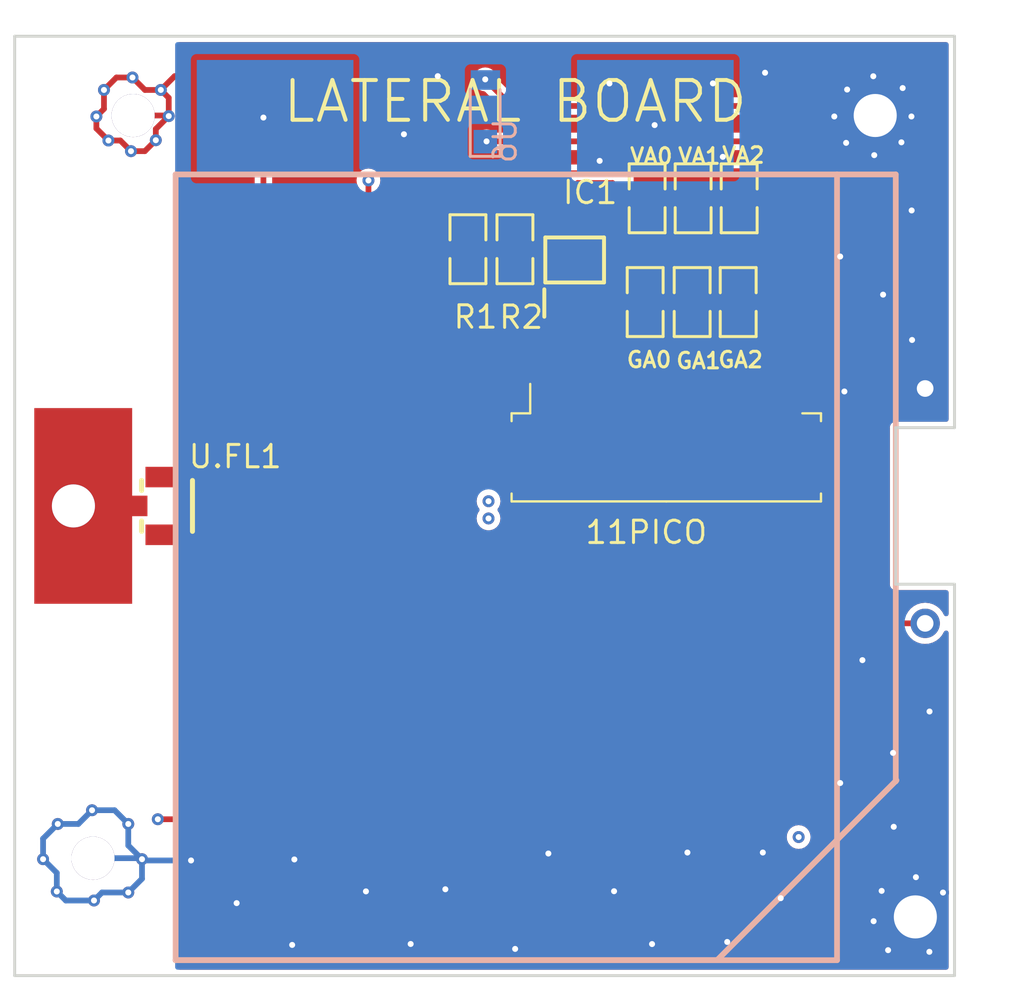
<source format=kicad_pcb>
(kicad_pcb (version 20211014) (generator pcbnew)
  (layers (0 "F.Cu" signal) (1 "In1.Cu" signal) (2 "In2.Cu" signal) (3 "In3.Cu" signal) (4 "In4.Cu" signal) (31 "B.Cu" signal) (34 "B.Paste" user) (35 "F.Paste" user) (36 "B.SilkS" user "B.Silkscreen") (37 "F.SilkS" user "F.Silkscreen") (38 "B.Mask" user) (39 "F.Mask" user) (44 "Edge.Cuts" user))
  (net 0 "")
  (net 1 "GND")
  (net 2 "POUT")
  (net 3 "ADCS")
  (net 4 "SID")
  (net 5 "IC1_6")
  (net 6 "SCL")
  (net 7 "SDA")
  (net 8 "VCC")
  (net 9 "IC1_7")
  (net 10 "IC1_5")
  (net 11 "PHOTODIODE_GND")
  (net 12 "PHOTODIODE")
  (net 13 "BURNCOMMS")
  (footprint "easyeda:R0805" (layer "F.Cu") (at 42.082 79.655 90)
    (fp_text reference "VA2" (at 2.2 -0.952) (layer "F.SilkS") (effects (font (size 0.8 0.8) (thickness 0.152)) (justify left)))
    (fp_text value "5k" hide)
    (fp_line (start -1.761 0.917) (end -1.761 -0.917) (layer "F.SilkS") (width 0.152))
    (fp_line (start -1.761 -0.917) (end -0.476 -0.917) (layer "F.SilkS") (width 0.152))
    (fp_line (start 0.476 0.917) (end 1.761 0.917) (layer "F.SilkS") (width 0.152))
    (fp_line (start 1.761 0.917) (end 1.761 -0.917) (layer "F.SilkS") (width 0.152))
    (fp_line (start 1.761 -0.917) (end 0.476 -0.917) (layer "F.SilkS") (width 0.152))
    (fp_line (start -0.476 0.917) (end -1.761 0.917) (layer "F.SilkS") (width 0.152))
    (pad "1" smd rect locked (at -0.966 0 90) (size 1.133 1.377) (layers "F.Cu" "F.Paste" "F.Mask") (net 10 "IC1_5"))
    (pad "2" smd rect locked (at 0.966 0 90) (size 1.133 1.377) (layers "F.Cu" "F.Paste" "F.Mask") (net 8 "VCC"))
  )
  (footprint "easyeda:R0805" (layer "F.Cu") (at 28.229 82.256 90)
    (fp_text reference "R1" (at -3.462 -0.829) (layer "F.SilkS") (effects (font (size 1.143 1.143) (thickness 0.152)) (justify left)))
    (fp_text value "5k" hide)
    (fp_line (start -1.761 0.917) (end -1.761 -0.917) (layer "F.SilkS") (width 0.152))
    (fp_line (start -0.476 0.917) (end -1.761 0.917) (layer "F.SilkS") (width 0.152))
    (fp_line (start -1.761 -0.917) (end -0.476 -0.917) (layer "F.SilkS") (width 0.152))
    (fp_line (start 1.761 0.917) (end 1.761 -0.917) (layer "F.SilkS") (width 0.152))
    (fp_line (start 1.761 -0.917) (end 0.476 -0.917) (layer "F.SilkS") (width 0.152))
    (fp_line (start 0.476 0.917) (end 1.761 0.917) (layer "F.SilkS") (width 0.152))
    (pad "1" smd rect locked (at -0.966 0 90) (size 1.133 1.377) (layers "F.Cu" "F.Paste" "F.Mask") (net 7 "SDA"))
    (pad "2" smd rect locked (at 0.966 0 90) (size 1.133 1.377) (layers "F.Cu" "F.Paste" "F.Mask") (net 8 "VCC"))
  )
  (footprint "easyeda:SLCD-61N8" (layer "F.Cu") (at 29.872 77.51 -90)
    (fp_text reference "U6" (at -2.032 -0.254 -90) (layer "B.SilkS") (effects (font (size 1.143 1.143) (thickness 0.152)) (justify left mirror)))
    (fp_text value "SLCD-61N8" hide)
    (fp_line (start 0 1.525) (end -3.429 1.525) (layer "B.SilkS") (width 0.15))
    (fp_line (start 0 0) (end -3.4 0) (layer "B.SilkS") (width 0.15))
    (fp_line (start 0 0) (end 0 1.525) (layer "B.SilkS") (width 0.15))
    (pad "1" smd rect locked (at -3.9 0.75 270) (size 1 1.5) (layers "B.Cu" "B.Paste" "B.Mask") (net 12 "PHOTODIODE"))
    (pad "2" smd rect locked (at -0.75 0.75 270) (size 1.2 1.2) (layers "B.Cu" "B.Paste" "B.Mask") (net 11 "PHOTODIODE_GND"))
  )
  (footprint "easyeda:R0805" (layer "F.Cu") (at 37.381 79.655 90)
    (fp_text reference "VA0" (at 2.15 -0.951) (layer "F.SilkS") (effects (font (size 0.8 0.8) (thickness 0.152)) (justify left)))
    (fp_text value "5k" hide)
    (fp_line (start -1.761 -0.917) (end -0.476 -0.917) (layer "F.SilkS") (width 0.152))
    (fp_line (start 1.761 -0.917) (end 0.476 -0.917) (layer "F.SilkS") (width 0.152))
    (fp_line (start 0.476 0.917) (end 1.761 0.917) (layer "F.SilkS") (width 0.152))
    (fp_line (start -1.761 0.917) (end -1.761 -0.917) (layer "F.SilkS") (width 0.152))
    (fp_line (start -0.476 0.917) (end -1.761 0.917) (layer "F.SilkS") (width 0.152))
    (fp_line (start 1.761 0.917) (end 1.761 -0.917) (layer "F.SilkS") (width 0.152))
    (pad "1" smd rect locked (at -0.966 0 90) (size 1.133 1.377) (layers "F.Cu" "F.Paste" "F.Mask") (net 9 "IC1_7"))
    (pad "2" smd rect locked (at 0.966 0 90) (size 1.133 1.377) (layers "F.Cu" "F.Paste" "F.Mask") (net 8 "VCC"))
  )
  (footprint "easyeda:U.FL-R-SMT-1(10)" (layer "F.Cu") (at 12.86 95.374 90)
    (fp_text reference "U.FL1" (at 2.52 1.016) (layer "F.SilkS") (effects (font (size 1.143 1.143) (thickness 0.152)) (justify left)))
    (fp_text value "U.FL-R-SMT-1_10_" hide)
    (fp_line (start -1.3 1.3) (end 1.3 1.3) (layer "F.SilkS") (width 0.254))
    (fp_line (start 1.3 -1.3) (end 0.788 -1.3) (layer "F.SilkS") (width 0.254))
    (fp_line (start -1.3 -1.3) (end -0.77 -1.3) (layer "F.SilkS") (width 0.254))
    (pad "1" smd rect locked (at -1.475 0 180) (size 2.2 1.05) (layers "F.Cu" "F.Paste" "F.Mask") (net 1 "GND"))
    (pad "2" smd rect locked (at 1.475 0 180) (size 2.2 1.05) (layers "F.Cu" "F.Paste" "F.Mask") (net 1 "GND"))
    (pad "3" smd rect locked (at 0 -1.525 90) (size 1.05 1.05) (layers "F.Cu" "F.Paste" "F.Mask") (net 4 "SID"))
  )
  (footprint "easyeda:R0805" (layer "F.Cu") (at 39.681 84.957 90)
    (fp_text reference "GA1" (at -3.001 -0.901) (layer "F.SilkS") (effects (font (size 0.8 0.8) (thickness 0.152)) (justify left)))
    (fp_text value "5k" hide)
    (fp_line (start -0.476 0.917) (end -1.761 0.917) (layer "F.SilkS") (width 0.152))
    (fp_line (start -1.761 0.917) (end -1.761 -0.917) (layer "F.SilkS") (width 0.152))
    (fp_line (start -1.761 -0.917) (end -0.476 -0.917) (layer "F.SilkS") (width 0.152))
    (fp_line (start 1.761 -0.917) (end 0.476 -0.917) (layer "F.SilkS") (width 0.152))
    (fp_line (start 1.761 0.917) (end 1.761 -0.917) (layer "F.SilkS") (width 0.152))
    (fp_line (start 0.476 0.917) (end 1.761 0.917) (layer "F.SilkS") (width 0.152))
    (pad "1" smd rect locked (at -0.966 0 90) (size 1.133 1.377) (layers "F.Cu" "F.Paste" "F.Mask") (net 1 "GND"))
    (pad "2" smd rect locked (at 0.966 0 90) (size 1.133 1.377) (layers "F.Cu" "F.Paste" "F.Mask") (net 5 "IC1_6"))
  )
  (footprint "easyeda:R0805" (layer "F.Cu") (at 30.629 82.256 90)
    (fp_text reference "R2" (at -3.474 -0.898) (layer "F.SilkS") (effects (font (size 1.143 1.143) (thickness 0.152)) (justify left)))
    (fp_text value "5k" hide)
    (fp_line (start 1.761 -0.917) (end 0.476 -0.917) (layer "F.SilkS") (width 0.152))
    (fp_line (start -1.761 -0.917) (end -0.476 -0.917) (layer "F.SilkS") (width 0.152))
    (fp_line (start -1.761 0.917) (end -1.761 -0.917) (layer "F.SilkS") (width 0.152))
    (fp_line (start -0.476 0.917) (end -1.761 0.917) (layer "F.SilkS") (width 0.152))
    (fp_line (start 0.476 0.917) (end 1.761 0.917) (layer "F.SilkS") (width 0.152))
    (fp_line (start 1.761 0.917) (end 1.761 -0.917) (layer "F.SilkS") (width 0.152))
    (pad "1" smd rect locked (at -0.966 0 90) (size 1.133 1.377) (layers "F.Cu" "F.Paste" "F.Mask") (net 6 "SCL"))
    (pad "2" smd rect locked (at 0.966 0 90) (size 1.133 1.377) (layers "F.Cu" "F.Paste" "F.Mask") (net 8 "VCC"))
  )
  (footprint "easyeda:R0805" (layer "F.Cu") (at 37.281 84.957 90)
    (fp_text reference "GA0" (at -2.95 -1.025) (layer "F.SilkS") (effects (font (size 0.8 0.8) (thickness 0.152)) (justify left)))
    (fp_text value "5k" hide)
    (fp_line (start 1.761 0.917) (end 1.761 -0.917) (layer "F.SilkS") (width 0.152))
    (fp_line (start -1.761 -0.917) (end -0.476 -0.917) (layer "F.SilkS") (width 0.152))
    (fp_line (start -0.476 0.917) (end -1.761 0.917) (layer "F.SilkS") (width 0.152))
    (fp_line (start 1.761 -0.917) (end 0.476 -0.917) (layer "F.SilkS") (width 0.152))
    (fp_line (start -1.761 0.917) (end -1.761 -0.917) (layer "F.SilkS") (width 0.152))
    (fp_line (start 0.476 0.917) (end 1.761 0.917) (layer "F.SilkS") (width 0.152))
    (pad "1" smd rect locked (at -0.966 0 90) (size 1.133 1.377) (layers "F.Cu" "F.Paste" "F.Mask") (net 1 "GND"))
    (pad "2" smd rect locked (at 0.966 0 90) (size 1.133 1.377) (layers "F.Cu" "F.Paste" "F.Mask") (net 9 "IC1_7"))
  )
  (footprint "easyeda:MOLEX_PICOBLADE_53261-1171_11X1.25MM_ANGLED" (layer "F.Cu") (at 38.36 91.442)
    (fp_text reference "11PICO" (at -4.224 5.28) (layer "F.SilkS") (effects (font (size 1.143 1.143) (thickness 0.152)) (justify left)))
    (fp_text value "REF")
    (fp_line (start 7.9 -0.8) (end 7.9 -0.401) (layer "F.SilkS") (width 0.12))
    (fp_line (start 6.95 -0.8) (end 7.9 -0.8) (layer "F.SilkS") (width 0.12))
    (fp_line (start 0.001 3.701) (end -7.901 3.701) (layer "F.SilkS") (width 0.12))
    (fp_line (start -6.951 -2.301) (end -6.951 -0.8) (layer "F.SilkS") (width 0.12))
    (fp_line (start -7.901 3.701) (end -7.901 3.3) (layer "F.SilkS") (width 0.12))
    (fp_line (start 7.9 3.701) (end 0.001 3.701) (layer "F.SilkS") (width 0.12))
    (fp_line (start -6.951 -0.8) (end -7.901 -0.8) (layer "F.SilkS") (width 0.12))
    (fp_line (start 7.9 3.3) (end 7.9 3.701) (layer "F.SilkS") (width 0.12))
    (fp_line (start -7.901 -0.8) (end -7.901 -0.401) (layer "F.SilkS") (width 0.12))
    (pad "" smd rect locked (at -8.75 1.45) (size 2.2 3.1) (layers "F.Cu" "F.Paste" "F.Mask"))
    (pad "" smd rect locked (at 8.75 1.45) (size 2.2 3.1) (layers "F.Cu" "F.Paste" "F.Mask"))
    (pad "1" smd rect locked (at -6.25 -1.45) (size 0.8 1.7) (layers "F.Cu" "F.Paste" "F.Mask") (net 2 "POUT"))
    (pad "2" smd rect locked (at -5 -1.45) (size 0.8 1.7) (layers "F.Cu" "F.Paste" "F.Mask") (net 3 "ADCS"))
    (pad "3" smd rect locked (at -3.75 -1.45) (size 0.8 1.7) (layers "F.Cu" "F.Paste" "F.Mask") (net 3 "ADCS"))
    (pad "4" smd rect locked (at -2.5 -1.45) (size 0.8 1.7) (layers "F.Cu" "F.Paste" "F.Mask") (net 8 "VCC"))
    (pad "5" smd rect locked (at -1.25 -1.45) (size 0.8 1.7) (layers "F.Cu" "F.Paste" "F.Mask") (net 7 "SDA"))
    (pad "6" smd rect locked (at 0 -1.45) (size 0.8 1.7) (layers "F.Cu" "F.Paste" "F.Mask") (net 6 "SCL"))
    (pad "7" smd rect locked (at 1.25 -1.45) (size 0.8 1.7) (layers "F.Cu" "F.Paste" "F.Mask") (net 11 "PHOTODIODE_GND"))
    (pad "8" smd rect locked (at 2.5 -1.45) (size 0.8 1.7) (layers "F.Cu" "F.Paste" "F.Mask") (net 12 "PHOTODIODE"))
    (pad "9" smd rect locked (at 3.75 -1.45) (size 0.8 1.7) (layers "F.Cu" "F.Paste" "F.Mask") (net 13 "BURNCOMMS"))
    (pad "10" smd rect locked (at 5 -1.45) (size 0.8 1.7) (layers "F.Cu" "F.Paste" "F.Mask"))
    (pad "11" smd rect locked (at 6.25 -1.45) (size 0.8 1.7) (layers "F.Cu" "F.Paste" "F.Mask") (net 1 "GND"))
  )
  (footprint "easyeda:R0805" (layer "F.Cu") (at 42.032 84.957 90)
    (fp_text reference "GA2" (at -2.951 -1.101) (layer "F.SilkS") (effects (font (size 0.8 0.8) (thickness 0.152)) (justify left)))
    (fp_text value "5k" hide)
    (fp_line (start 1.761 0.917) (end 1.761 -0.917) (layer "F.SilkS") (width 0.152))
    (fp_line (start 0.476 0.917) (end 1.761 0.917) (layer "F.SilkS") (width 0.152))
    (fp_line (start -1.761 -0.917) (end -0.476 -0.917) (layer "F.SilkS") (width 0.152))
    (fp_line (start 1.761 -0.917) (end 0.476 -0.917) (layer "F.SilkS") (width 0.152))
    (fp_line (start -0.476 0.917) (end -1.761 0.917) (layer "F.SilkS") (width 0.152))
    (fp_line (start -1.761 0.917) (end -1.761 -0.917) (layer "F.SilkS") (width 0.152))
    (pad "1" smd rect locked (at -0.966 0 90) (size 1.133 1.377) (layers "F.Cu" "F.Paste" "F.Mask") (net 1 "GND"))
    (pad "2" smd rect locked (at 0.966 0 90) (size 1.133 1.377) (layers "F.Cu" "F.Paste" "F.Mask") (net 10 "IC1_5"))
  )
  (footprint "easyeda:SOP65P490X110-8N" (layer "F.Cu") (at 33.68 82.806 90)
    (fp_text reference "IC1" (at 3.451 -0.7) (layer "F.SilkS") (effects (font (size 1.143 1.143) (thickness 0.152)) (justify left)))
    (fp_text value "TCN75AVUA713-VAO" hide)
    (fp_line (start 1.15 -1.5) (end 1.15 1.5) (layer "F.SilkS") (width 0.2))
    (fp_line (start -1.15 1.5) (end -1.15 -1.5) (layer "F.SilkS") (width 0.2))
    (fp_line (start 1.15 1.5) (end -1.15 1.5) (layer "F.SilkS") (width 0.2))
    (fp_line (start -1.15 -1.5) (end 1.15 -1.5) (layer "F.SilkS") (width 0.2))
    (fp_line (start -2.9 -1.55) (end -1.5 -1.55) (layer "F.SilkS") (width 0.2))
    (pad "1" smd rect locked (at -2.2 -0.975 90) (size 1.4 0.45) (layers "F.Cu" "F.Paste" "F.Mask") (net 7 "SDA"))
    (pad "2" smd rect locked (at -2.2 -0.325 90) (size 1.4 0.45) (layers "F.Cu" "F.Paste" "F.Mask") (net 6 "SCL"))
    (pad "3" smd rect locked (at -2.2 0.325 90) (size 1.4 0.45) (layers "F.Cu" "F.Paste" "F.Mask") (net 1 "GND"))
    (pad "4" smd rect locked (at -2.2 0.975 90) (size 1.4 0.45) (layers "F.Cu" "F.Paste" "F.Mask") (net 1 "GND"))
    (pad "5" smd rect locked (at 2.2 0.975 90) (size 1.4 0.45) (layers "F.Cu" "F.Paste" "F.Mask") (net 10 "IC1_5"))
    (pad "6" smd rect locked (at 2.2 0.325 90) (size 1.4 0.45) (layers "F.Cu" "F.Paste" "F.Mask") (net 5 "IC1_6"))
    (pad "7" smd rect locked (at 2.2 -0.325 90) (size 1.4 0.45) (layers "F.Cu" "F.Paste" "F.Mask") (net 9 "IC1_7"))
    (pad "8" smd rect locked (at 2.2 -0.975 90) (size 1.4 0.45) (layers "F.Cu" "F.Paste" "F.Mask") (net 8 "VCC"))
  )
  (footprint "easyeda:R0805" (layer "F.Cu") (at 39.731 79.655 90)
    (fp_text reference "VA1" (at 2.15 -0.851) (layer "F.SilkS") (effects (font (size 0.8 0.8) (thickness 0.152)) (justify left)))
    (fp_text value "5k" hide)
    (fp_line (start 0.476 0.917) (end 1.761 0.917) (layer "F.SilkS") (width 0.152))
    (fp_line (start 1.761 -0.917) (end 0.476 -0.917) (layer "F.SilkS") (width 0.152))
    (fp_line (start -1.761 -0.917) (end -0.476 -0.917) (layer "F.SilkS") (width 0.152))
    (fp_line (start -0.476 0.917) (end -1.761 0.917) (layer "F.SilkS") (width 0.152))
    (fp_line (start -1.761 0.917) (end -1.761 -0.917) (layer "F.SilkS") (width 0.152))
    (fp_line (start 1.761 0.917) (end 1.761 -0.917) (layer "F.SilkS") (width 0.152))
    (pad "1" smd rect locked (at -0.966 0 90) (size 1.133 1.377) (layers "F.Cu" "F.Paste" "F.Mask") (net 5 "IC1_6"))
    (pad "2" smd rect locked (at 0.966 0 90) (size 1.133 1.377) (layers "F.Cu" "F.Paste" "F.Mask") (net 8 "VCC"))
  )
  (gr_poly (pts (xy 11.08 100.374) (xy 6.08 100.374) (xy 6.08 90.374) (xy 11.08 90.374)) (layer "F.Cu") (width 0) (fill solid))
  (gr_poly (pts (xy 22.38 78.586) (xy 14.38 78.586) (xy 14.38 72.586) (xy 22.38 72.586)) (layer "B.Cu") (width 0) (fill solid))
  (gr_poly (pts (xy 41.8 78.486) (xy 33.8 78.486) (xy 33.8 72.586) (xy 41.8 72.586)) (layer "B.Cu") (width 0) (fill solid))
  (gr_line (start 40.954 118.585) (end 13.3 118.585) (layer "B.SilkS") (width 0.293))
  (gr_line (start 40.955 118.585) (end 50.116 109.394) (layer "B.SilkS") (width 0.293))
  (gr_line (start 50.08 78.436) (end 13.3 78.436) (layer "B.SilkS") (width 0.293))
  (gr_line (start 47.08 118.586) (end 47.08 78.436) (layer "B.SilkS") (width 0.293))
  (gr_line (start 13.3 78.436) (end 13.3 118.586) (layer "B.SilkS") (width 0.293))
  (gr_line (start 47.08 118.586) (end 13.3 118.586) (layer "B.SilkS") (width 0.293))
  (gr_line (start 50.08 78.436) (end 50.08 109.449) (layer "B.SilkS") (width 0.293))
  (gr_line (start 53.08 71.374) (end 53.08 91.374) (layer "Edge.Cuts") (width 0.15))
  (gr_line (start 5.08 71.374) (end 5.08 119.374) (layer "Edge.Cuts") (width 0.15))
  (gr_line (start 53.08 119.374) (end 53.08 99.374) (layer "Edge.Cuts") (width 0.15))
  (gr_line (start 50.08 91.374) (end 50.08 99.374) (layer "Edge.Cuts") (width 0.15))
  (gr_line (start 5.08 119.374) (end 53.08 119.374) (layer "Edge.Cuts") (width 0.15))
  (gr_line (start 50.08 99.374) (end 53.08 99.374) (layer "Edge.Cuts") (width 0.15))
  (gr_line (start 5.08 71.374) (end 53.08 71.374) (layer "Edge.Cuts") (width 0.15))
  (gr_line (start 50.08 91.374) (end 53.08 91.374) (layer "Edge.Cuts") (width 0.15))
  (gr_text "LATERAL BOARD" (at 18.655 74.713) (layer "F.SilkS") (effects (font (size 2.032 2.032) (thickness 0.203)) (justify left)))
  (segment (start 11.02 77.246) (end 11.728 77.246) (width 0.293) (layer "F.Cu") (net 1))
  (segment (start 9.64 74.118) (end 9.64 75.086) (width 0.293) (layer "F.Cu") (net 1))
  (segment (start 9.252 75.474) (end 9.252 76.086) (width 0.293) (layer "F.Cu") (net 1))
  (segment (start 9.868 76.702) (end 10.476 76.702) (width 0.293) (layer "F.Cu") (net 1))
  (segment (start 9.252 76.086) (end 9.868 76.702) (width 0.293) (layer "F.Cu") (net 1))
  (segment (start 11.13 75.424) (end 12.918 75.424) (width 0.293) (layer "F.Cu") (net 1))
  (segment (start 9.64 75.086) (end 9.252 75.474) (width 0.293) (layer "F.Cu") (net 1))
  (segment (start 12.948 75.454) (end 12.948 74.522) (width 0.293) (layer "F.Cu") (net 1))
  (segment (start 12.288 76.114) (end 12.948 75.454) (width 0.293) (layer "F.Cu") (net 1))
  (segment (start 13.248 73.414) (end 12.544 74.118) (width 0.293) (layer "F.Cu") (net 1))
  (segment (start 34.655 85.006) (end 35.572 85.923) (width 0.254) (layer "F.Cu") (net 1))
  (segment (start 26.688 73.414) (end 13.248 73.414) (width 0.293) (layer "F.Cu") (net 1))
  (segment (start 12.288 76.686) (end 12.288 76.114) (width 0.293) (layer "F.Cu") (net 1))
  (segment (start 11.732 74.118) (end 11.096 73.482) (width 0.293) (layer "F.Cu") (net 1))
  (segment (start 34.655 85.006) (end 34.005 85.006) (width 0.15) (layer "F.Cu") (net 1))
  (segment (start 10.276 73.482) (end 9.64 74.118) (width 0.293) (layer "F.Cu") (net 1))
  (segment (start 12.918 75.424) (end 12.948 75.454) (width 0.293) (layer "F.Cu") (net 1))
  (segment (start 35.572 85.923) (end 37.281 85.923) (width 0.254) (layer "F.Cu") (net 1))
  (segment (start 10.476 76.702) (end 11.02 77.246) (width 0.293) (layer "F.Cu") (net 1))
  (segment (start 11.728 77.246) (end 12.288 76.686) (width 0.293) (layer "F.Cu") (net 1))
  (segment (start 11.096 73.482) (end 10.276 73.482) (width 0.293) (layer "F.Cu") (net 1))
  (segment (start 12.544 74.118) (end 11.732 74.118) (width 0.293) (layer "F.Cu") (net 1))
  (segment (start 12.948 74.522) (end 12.544 74.118) (width 0.293) (layer "F.Cu") (net 1))
  (via (at 19.364 113.438) (size 0.61) (drill 0.305) (layers "F.Cu" "B.Cu") (net 1))
  (via (at 19.252 117.806) (size 0.61) (drill 0.305) (layers "F.Cu" "B.Cu") (net 1))
  (via (at 49.432 84.578) (size 0.61) (drill 0.305) (layers "F.Cu" "B.Cu") (net 1))
  (via (at 50.368 76.794) (size 0.61) (drill 0.305) (layers "F.Cu" "B.Cu") (net 1))
  (via (at 34.956 77.742) (size 0.61) (drill 0.305) (layers "F.Cu" "B.Cu") (net 1))
  (via (at 47.596 74.098) (size 0.61) (drill 0.305) (layers "F.Cu" "B.Cu") (net 1))
  (via (at 26.688 73.414) (size 0.61) (drill 0.305) (layers "F.Cu" "B.Cu") (net 1))
  (via (at 44.204 115.418) (size 0.61) (drill 0.305) (layers "F.Cu" "B.Cu") (net 1))
  (via (at 11.02 77.246) (size 0.61) (drill 0.305) (layers "F.Cu" "B.Cu") (net 1))
  (via (at 51.804 105.878) (size 0.61) (drill 0.305) (layers "F.Cu" "B.Cu") (net 1))
  (via (at 41.472 117.654) (size 0.61) (drill 0.305) (layers "F.Cu" "B.Cu") (net 1))
  (via (at 50.912 86.894) (size 0.61) (drill 0.305) (layers "F.Cu" "B.Cu") (net 1))
  (via (at 14.088 113.49) (size 0.61) (drill 0.305) (layers "F.Cu" "B.Cu") (net 1))
  (via (at 48.376 103.254) (size 0.61) (drill 0.305) (layers "F.Cu" "B.Cu") (net 1))
  (via (at 16.416 115.67) (size 0.61) (drill 0.305) (layers "F.Cu" "B.Cu") (net 1))
  (via (at 51.796 118.158) (size 0.61) (drill 0.305) (layers "F.Cu" "B.Cu") (net 1))
  (via (at 50.891 80.276) (size 0.61) (drill 0.305) (layers "F.Cu" "B.Cu") (net 1))
  (via (at 9.64 74.118) (size 0.61) (drill 0.305) (layers "F.Cu" "B.Cu") (net 1))
  (via (at 37.764 75.914) (size 0.61) (drill 0.305) (layers "F.Cu" "B.Cu") (net 1))
  (via (at 7.231 115.075) (size 0.61) (drill 0.305) (layers "F.Cu" "B.Cu") (net 1))
  (via (at 40.74 73.782) (size 0.61) (drill 0.305) (layers "F.Cu" "B.Cu") (net 1))
  (via (at 9.131 115.536) (size 0.61) (drill 0.305) (layers "F.Cu" "B.Cu") (net 1))
  (via (at 51.58 89.374) (size 1.5) (drill 0.85) (layers "F.Cu" "B.Cu") (net 1))
  (via (at 35.692 115.062) (size 0.61) (drill 0.305) (layers "F.Cu" "B.Cu") (net 1))
  (via (at 47.456 89.526) (size 0.61) (drill 0.305) (layers "F.Cu" "B.Cu") (net 1))
  (via (at 25.304 117.758) (size 0.61) (drill 0.305) (layers "F.Cu" "B.Cu") (net 1))
  (via (at 9.08 113.374) (size 2.2) (drill 2.2) (layers "F.Cu" "B.Cu") (net 1))
  (via (at 47.241 109.534) (size 0.61) (drill 0.305) (layers "F.Cu" "B.Cu") (net 1))
  (via (at 10.882 111.625) (size 0.61) (drill 0.305) (layers "F.Cu" "B.Cu") (net 1))
  (via (at 6.53 113.425) (size 0.61) (drill 0.305) (layers "F.Cu" "B.Cu") (net 1))
  (via (at 51.109 114.345) (size 0.61) (drill 0.305) (layers "F.Cu" "B.Cu") (net 1))
  (via (at 37.632 117.762) (size 0.61) (drill 0.305) (layers "F.Cu" "B.Cu") (net 1))
  (via (at 49.03 75.424) (size 2.2) (drill 2.2) (layers "F.Cu" "B.Cu") (net 1))
  (via (at 35.456 73.786) (size 0.61) (drill 0.305) (layers "F.Cu" "B.Cu") (net 1))
  (via (at 27.076 114.962) (size 0.61) (drill 0.305) (layers "F.Cu" "B.Cu") (net 1))
  (via (at 7.281 111.625) (size 0.61) (drill 0.305) (layers "F.Cu" "B.Cu") (net 1))
  (via (at 41.246 77.537) (size 0.61) (drill 0.305) (layers "F.Cu" "B.Cu") (net 1))
  (via (at 12.948 75.454) (size 0.61) (drill 0.305) (layers "F.Cu" "B.Cu") (net 1))
  (via (at 11.096 73.482) (size 0.61) (drill 0.305) (layers "F.Cu" "B.Cu") (net 1))
  (via (at 30.64 118.01) (size 0.61) (drill 0.305) (layers "F.Cu" "B.Cu") (net 1))
  (via (at 9.252 75.474) (size 0.61) (drill 0.305) (layers "F.Cu" "B.Cu") (net 1))
  (via (at 9.031 110.924) (size 0.61) (drill 0.305) (layers "F.Cu" "B.Cu") (net 1))
  (via (at 47.544 76.822) (size 0.61) (drill 0.305) (layers "F.Cu" "B.Cu") (net 1))
  (via (at 52.492 115.13) (size 0.61) (drill 0.305) (layers "F.Cu" "B.Cu") (net 1))
  (via (at 46.94 75.474) (size 0.61) (drill 0.305) (layers "F.Cu" "B.Cu") (net 1))
  (via (at 23.02 115.07) (size 0.61) (drill 0.305) (layers "F.Cu" "B.Cu") (net 1))
  (via (at 49.976 111.77) (size 0.61) (drill 0.305) (layers "F.Cu" "B.Cu") (net 1))
  (via (at 47.24 82.63) (size 0.61) (drill 0.305) (layers "F.Cu" "B.Cu") (net 1))
  (via (at 39.439 113.085) (size 0.61) (drill 0.305) (layers "F.Cu" "B.Cu") (net 1))
  (via (at 12.288 76.686) (size 0.61) (drill 0.305) (layers "F.Cu" "B.Cu") (net 1))
  (via (at 24.96 76.382) (size 0.61) (drill 0.305) (layers "F.Cu" "B.Cu") (net 1))
  (via (at 10.882 115.126) (size 0.61) (drill 0.305) (layers "F.Cu" "B.Cu") (net 1))
  (via (at 43.404 73.238) (size 0.61) (drill 0.305) (layers "F.Cu" "B.Cu") (net 1))
  (via (at 9.868 76.702) (size 0.61) (drill 0.305) (layers "F.Cu" "B.Cu") (net 1))
  (via (at 12.544 74.118) (size 0.61) (drill 0.305) (layers "F.Cu" "B.Cu") (net 1))
  (via (at 43.29 113.085) (size 0.61) (drill 0.305) (layers "F.Cu" "B.Cu") (net 1))
  (via (at 50.88 75.474) (size 0.61) (drill 0.305) (layers "F.Cu" "B.Cu") (net 1))
  (via (at 51.08 116.374) (size 2.2) (drill 2.2) (layers "F.Cu" "B.Cu") (net 1))
  (via (at 49.94 107.994) (size 0.61) (drill 0.305) (layers "F.Cu" "B.Cu") (net 1))
  (via (at 11.13 75.424) (size 2.2) (drill 2.2) (layers "F.Cu" "B.Cu") (net 1))
  (via (at 50.432 74.022) (size 0.61) (drill 0.305) (layers "F.Cu" "B.Cu") (net 1))
  (via (at 48.932 73.418) (size 0.61) (drill 0.305) (layers "F.Cu" "B.Cu") (net 1))
  (via (at 49.688 118.074) (size 0.61) (drill 0.305) (layers "F.Cu" "B.Cu") (net 1))
  (via (at 48.948 116.594) (size 0.61) (drill 0.305) (layers "F.Cu" "B.Cu") (net 1))
  (via (at 11.582 113.425) (size 0.61) (drill 0.305) (layers "F.Cu" "B.Cu") (net 1))
  (via (at 32.337 113.135) (size 0.61) (drill 0.305) (layers "F.Cu" "B.Cu") (net 1))
  (via (at 49.358 115.045) (size 0.61) (drill 0.305) (layers "F.Cu" "B.Cu") (net 1))
  (via (at 48.98 77.45) (size 0.61) (drill 0.305) (layers "F.Cu" "B.Cu") (net 1))
  (segment (start 10.882 111.625) (end 10.882 112.725) (width 0.293) (layer "B.Cu") (net 1))
  (segment (start 7.691 115.536) (end 7.231 115.075) (width 0.293) (layer "B.Cu") (net 1))
  (segment (start 11.531 113.374) (end 11.582 113.425) (width 0.293) (layer "B.Cu") (net 1))
  (segment (start 8.331 111.625) (end 9.031 110.924) (width 0.293) (layer "B.Cu") (net 1))
  (segment (start 9.031 110.924) (end 10.182 110.924) (width 0.293) (layer "B.Cu") (net 1))
  (segment (start 7.281 111.625) (end 8.331 111.625) (width 0.293) (layer "B.Cu") (net 1))
  (segment (start 10.882 112.725) (end 11.582 113.425) (width 0.293) (layer "B.Cu") (net 1))
  (segment (start 10.882 115.126) (end 9.541 115.126) (width 0.293) (layer "B.Cu") (net 1))
  (segment (start 6.53 112.375) (end 7.281 111.625) (width 0.293) (layer "B.Cu") (net 1))
  (segment (start 9.131 115.536) (end 7.691 115.536) (width 0.293) (layer "B.Cu") (net 1))
  (segment (start 7.231 114.125) (end 6.53 113.425) (width 0.293) (layer "B.Cu") (net 1))
  (segment (start 9.08 113.374) (end 11.531 113.374) (width 0.293) (layer "B.Cu") (net 1))
  (segment (start 11.647 113.49) (end 11.582 113.425) (width 0.293) (layer "B.Cu") (net 1))
  (segment (start 11.582 113.425) (end 11.582 114.425) (width 0.293) (layer "B.Cu") (net 1))
  (segment (start 6.53 113.425) (end 6.53 112.375) (width 0.293) (layer "B.Cu") (net 1))
  (segment (start 7.231 115.075) (end 7.231 114.125) (width 0.293) (layer "B.Cu") (net 1))
  (segment (start 14.088 113.49) (end 11.647 113.49) (width 0.293) (layer "B.Cu") (net 1))
  (segment (start 11.582 114.425) (end 10.882 115.126) (width 0.293) (layer "B.Cu") (net 1))
  (segment (start 9.541 115.126) (end 9.131 115.536) (width 0.293) (layer "B.Cu") (net 1))
  (segment (start 10.182 110.924) (end 10.882 111.625) (width 0.293) (layer "B.Cu") (net 1))
  (segment (start 24.382 89.992) (end 32.11 89.992) (width 0.293) (layer "F.Cu") (net 2))
  (segment (start 17.784 75.53) (end 17.784 83.494) (width 0.293) (layer "F.Cu") (net 2))
  (segment (start 17.784 83.494) (end 24.332 90.042) (width 0.293) (layer "F.Cu") (net 2))
  (segment (start 24.332 90.042) (end 24.382 89.992) (width 0.293) (layer "F.Cu") (net 2))
  (via (at 17.784 75.53) (size 0.61) (drill 0.305) (layers "F.Cu" "B.Cu") (net 2))
  (segment (start 32.733 88.679) (end 28.933 88.679) (width 0.293) (layer "F.Cu") (net 3))
  (segment (start 34.61 89.992) (end 34.61 109.979) (width 0.293) (layer "F.Cu") (net 3))
  (segment (start 34.61 109.979) (end 33.188 111.402) (width 0.293) (layer "F.Cu") (net 3))
  (segment (start 23.148 82.894) (end 23.148 78.742) (width 0.293) (layer "F.Cu") (net 3))
  (segment (start 33.36 89.306) (end 32.733 88.679) (width 0.293) (layer "F.Cu") (net 3))
  (segment (start 28.933 88.679) (end 23.148 82.894) (width 0.293) (layer "F.Cu") (net 3))
  (segment (start 33.36 89.992) (end 33.36 89.306) (width 0.293) (layer "F.Cu") (net 3))
  (segment (start 33.188 111.402) (end 12.39 111.384) (width 0.293) (layer "F.Cu") (net 3))
  (via (at 45.12 112.294) (size 0.61) (drill 0.305) (layers "F.Cu" "B.Cu") (net 3))
  (via (at 23.148 78.742) (size 0.61) (drill 0.305) (layers "F.Cu" "B.Cu") (net 3))
  (via (at 29.28 96.014) (size 0.61) (drill 0.305) (layers "F.Cu" "B.Cu") (net 3))
  (via (at 12.39 111.384) (size 0.61) (drill 0.305) (layers "F.Cu" "B.Cu") (net 3))
  (via (at 29.281 95.134) (size 0.61) (drill 0.305) (layers "F.Cu" "B.Cu") (net 3))
  (via (at 8.08 95.374) (size 2.2) (drill 2.2) (layers "F.Cu" "B.Cu") (net 4))
  (segment (start 34.779 82.805) (end 38.498 82.805) (width 0.254) (layer "F.Cu") (net 5))
  (segment (start 34.005 80.606) (end 34.005 79.78) (width 0.254) (layer "F.Cu") (net 5))
  (segment (start 35.28 79.704) (end 35.28 81.454) (width 0.254) (layer "F.Cu") (net 5))
  (segment (start 35.28 81.454) (end 35.531 81.706) (width 0.254) (layer "F.Cu") (net 5))
  (segment (start 34.005 82.031) (end 34.779 82.805) (width 0.254) (layer "F.Cu") (net 5))
  (segment (start 35.531 81.706) (end 38.648 81.706) (width 0.254) (layer "F.Cu") (net 5))
  (segment (start 34.38 79.405) (end 34.957 79.405) (width 0.254) (layer "F.Cu") (net 5))
  (segment (start 34.957 79.405) (end 35.28 79.704) (width 0.254) (layer "F.Cu") (net 5))
  (segment (start 34.005 79.78) (end 34.38 79.405) (width 0.254) (layer "F.Cu") (net 5))
  (segment (start 38.648 81.706) (end 39.732 80.621) (width 0.254) (layer "F.Cu") (net 5))
  (segment (start 38.498 82.805) (end 39.681 83.992) (width 0.254) (layer "F.Cu") (net 5))
  (segment (start 34.005 80.606) (end 34.005 82.031) (width 0.254) (layer "F.Cu") (net 5))
  (segment (start 32.696 83.222) (end 30.629 83.222) (width 0.293) (layer "F.Cu") (net 6))
  (segment (start 33.355 83.881) (end 32.696 83.222) (width 0.293) (layer "F.Cu") (net 6))
  (segment (start 34.008 86.571) (end 35.672 86.571) (width 0.293) (layer "F.Cu") (net 6))
  (segment (start 33.355 85.006) (end 33.355 85.916) (width 0.293) (layer "F.Cu") (net 6))
  (segment (start 33.355 85.006) (end 33.355 83.881) (width 0.293) (layer "F.Cu") (net 6))
  (segment (start 33.355 85.916) (end 34.008 86.571) (width 0.293) (layer "F.Cu") (net 6))
  (segment (start 38.359 89.256) (end 38.359 89.992) (width 0.293) (layer "F.Cu") (net 6))
  (segment (start 35.672 86.571) (end 38.359 89.256) (width 0.293) (layer "F.Cu") (net 6))
  (segment (start 28.928 85.006) (end 28.229 84.306) (width 0.293) (layer "F.Cu") (net 7))
  (segment (start 28.229 84.306) (end 28.229 83.222) (width 0.293) (layer "F.Cu") (net 7))
  (segment (start 37.109 89.992) (end 37.109 89.151) (width 0.293) (layer "F.Cu") (net 7))
  (segment (start 32.705 86.335) (end 32.705 85.006) (width 0.293) (layer "F.Cu") (net 7))
  (segment (start 35.385 87.427) (end 33.795 87.427) (width 0.293) (layer "F.Cu") (net 7))
  (segment (start 32.705 85.006) (end 28.928 85.006) (width 0.293) (layer "F.Cu") (net 7))
  (segment (start 37.109 89.151) (end 35.385 87.427) (width 0.293) (layer "F.Cu") (net 7))
  (segment (start 33.795 87.427) (end 32.705 86.335) (width 0.293) (layer "F.Cu") (net 7))
  (segment (start 32.705 80.606) (end 32.705 79.13) (width 0.254) (layer "F.Cu") (net 8))
  (segment (start 33.48 78.355) (end 37.047 78.355) (width 0.254) (layer "F.Cu") (net 8))
  (segment (start 32.429 80.606) (end 31.712 81.289) (width 0.293) (layer "F.Cu") (net 8))
  (segment (start 37.047 78.355) (end 37.381 78.689) (width 0.254) (layer "F.Cu") (net 8))
  (segment (start 26.909 81.298) (end 26.561 81.646) (width 0.293) (layer "F.Cu") (net 8))
  (segment (start 28.23 81.29) (end 26.909 81.298) (width 0.293) (layer "F.Cu") (net 8))
  (segment (start 35.86 89.238) (end 35.86 89.992) (width 0.293) (layer "F.Cu") (net 8))
  (segment (start 26.561 81.646) (end 26.561 84.757) (width 0.293) (layer "F.Cu") (net 8))
  (segment (start 29.863 88.062) (end 34.684 88.062) (width 0.293) (layer "F.Cu") (net 8))
  (segment (start 26.561 84.757) (end 29.863 88.062) (width 0.293) (layer "F.Cu") (net 8))
  (segment (start 31.712 81.289) (end 30.63 81.289) (width 0.293) (layer "F.Cu") (net 8))
  (segment (start 28.229 81.29) (end 30.629 81.29) (width 0.293) (layer "F.Cu") (net 8))
  (segment (start 32.705 80.606) (end 32.429 80.606) (width 0.293) (layer "F.Cu") (net 8))
  (segment (start 37.381 78.689) (end 42.082 78.689) (width 0.293) (layer "F.Cu") (net 8))
  (segment (start 32.705 79.13) (end 33.48 78.355) (width 0.254) (layer "F.Cu") (net 8))
  (segment (start 34.684 88.062) (end 35.86 89.238) (width 0.293) (layer "F.Cu") (net 8))
  (segment (start 33.355 79.33) (end 33.83 78.855) (width 0.254) (layer "F.Cu") (net 9))
  (segment (start 35.614 78.855) (end 37.38 80.621) (width 0.254) (layer "F.Cu") (net 9))
  (segment (start 33.354 82.231) (end 34.779 83.656) (width 0.254) (layer "F.Cu") (net 9))
  (segment (start 36.946 83.656) (end 37.281 83.992) (width 0.254) (layer "F.Cu") (net 9))
  (segment (start 34.779 83.656) (end 36.946 83.656) (width 0.254) (layer "F.Cu") (net 9))
  (segment (start 33.354 80.606) (end 33.354 82.231) (width 0.254) (layer "F.Cu") (net 9))
  (segment (start 33.355 80.606) (end 33.355 79.33) (width 0.254) (layer "F.Cu") (net 9))
  (segment (start 33.83 78.855) (end 35.614 78.855) (width 0.254) (layer "F.Cu") (net 9))
  (segment (start 42.032 83.997) (end 40.248 82.206) (width 0.254) (layer "F.Cu") (net 10))
  (segment (start 39.897 82.206) (end 40.047 82.206) (width 0.254) (layer "F.Cu") (net 10))
  (segment (start 41.033 82.206) (end 42.082 81.157) (width 0.254) (layer "F.Cu") (net 10))
  (segment (start 40.248 82.206) (end 35.13 82.256) (width 0.254) (layer "F.Cu") (net 10))
  (segment (start 34.655 81.781) (end 34.655 80.606) (width 0.254) (layer "F.Cu") (net 10))
  (segment (start 40.047 82.206) (end 41.033 82.206) (width 0.254) (layer "F.Cu") (net 10))
  (segment (start 35.13 82.256) (end 34.655 81.781) (width 0.254) (layer "F.Cu") (net 10))
  (segment (start 42.082 81.157) (end 42.082 80.621) (width 0.254) (layer "F.Cu") (net 10))
  (segment (start 40.672 87.542) (end 43.212 87.542) (width 0.293) (layer "F.Cu") (net 11))
  (segment (start 44.608 78.018) (end 43.336 76.746) (width 0.293) (layer "F.Cu") (net 11))
  (segment (start 43.336 76.746) (end 29.18 76.746) (width 0.293) (layer "F.Cu") (net 11))
  (segment (start 44.608 86.146) (end 44.608 78.018) (width 0.293) (layer "F.Cu") (net 11))
  (segment (start 43.212 87.542) (end 44.608 86.146) (width 0.293) (layer "F.Cu") (net 11))
  (segment (start 39.61 89.992) (end 39.61 88.604) (width 0.293) (layer "F.Cu") (net 11))
  (segment (start 39.61 88.604) (end 40.672 87.542) (width 0.293) (layer "F.Cu") (net 11))
  (via (at 29.18 76.746) (size 0.61) (drill 0.305) (layers "F.Cu" "B.Cu") (net 11))
  (segment (start 30.465 74.938) (end 42.959 74.938) (width 0.293) (layer "F.Cu") (net 12))
  (segment (start 42.959 74.938) (end 45.857 77.833) (width 0.293) (layer "F.Cu") (net 12))
  (segment (start 45.857 86.469) (end 43.975 88.349) (width 0.293) (layer "F.Cu") (net 12))
  (segment (start 43.975 88.349) (end 41.435 88.349) (width 0.293) (layer "F.Cu") (net 12))
  (segment (start 29.111 73.579) (end 30.465 74.938) (width 0.293) (layer "F.Cu") (net 12))
  (segment (start 45.857 77.833) (end 45.857 86.469) (width 0.293) (layer "F.Cu") (net 12))
  (segment (start 41.435 88.349) (end 40.861 88.979) (width 0.293) (layer "F.Cu") (net 12))
  (segment (start 40.861 88.979) (end 40.861 89.992) (width 0.293) (layer "F.Cu") (net 12))
  (via (at 29.112 73.578) (size 0.61) (drill 0.305) (layers "F.Cu" "B.Cu") (net 12))
  (segment (start 43.139 101.374) (end 51.588 101.374) (width 0.293) (layer "F.Cu") (net 13))
  (segment (start 42.111 100.416) (end 43.139 101.374) (width 0.293) (layer "F.Cu") (net 13))
  (segment (start 42.111 89.992) (end 42.111 100.416) (width 0.293) (layer "F.Cu") (net 13))
  (via (at 51.58 101.374) (size 1.5) (drill 0.85) (layers "F.Cu" "B.Cu") (net 13))
  (zone (net 1) (net_name "GND") (layer "F.Cu") (connect_pads (clearance 0.3)) (min_thickness 0.254) (fill yes (thermal_gap 0.508) (thermal_bridge_width 0.508))
    (polygon (pts (xy 13.38 70.664) (xy 53.466 70.712) (xy 53.766 120.316) (xy 13.38 120.104)))
  )
  (zone (net 1) (net_name "GND") (layer "B.Cu") (connect_pads (clearance 0.3)) (min_thickness 0.254) (fill yes (thermal_gap 0.508) (thermal_bridge_width 0.508))
    (polygon (pts (xy 13.276 70.03) (xy 55.176 69.522) (xy 55.428 69.77) (xy 56.648 120.646) (xy 13.276 120.418)))
  )
)
</source>
